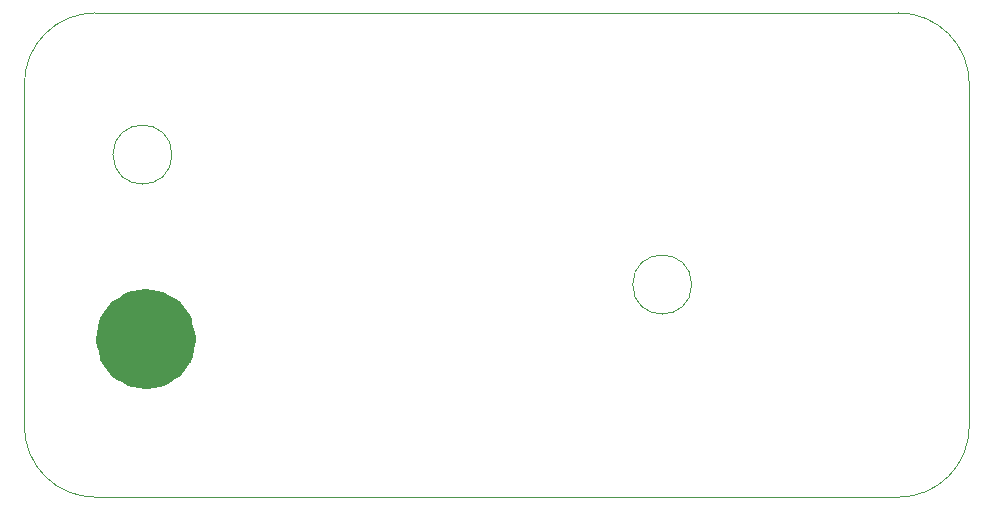
<source format=gbr>
%TF.GenerationSoftware,KiCad,Pcbnew,7.0.2*%
%TF.CreationDate,2023-05-15T23:43:49+02:00*%
%TF.ProjectId,PRO_MCU,50524f5f-4d43-4552-9e6b-696361645f70,rev?*%
%TF.SameCoordinates,Original*%
%TF.FileFunction,Profile,NP*%
%FSLAX45Y45*%
G04 Gerber Fmt 4.5, Leading zero omitted, Abs format (unit mm)*
G04 Created by KiCad (PCBNEW 7.0.2) date 2023-05-15 23:43:49*
%MOMM*%
%LPD*%
G01*
G04 APERTURE LIST*
%TA.AperFunction,Profile*%
%ADD10C,0.120000*%
%TD*%
%TA.AperFunction,Profile*%
%ADD11C,4.250000*%
%TD*%
G04 APERTURE END LIST*
D10*
%TO.C,Logo*%
X-38290000Y-12549000D02*
X-38290000Y-9649000D01*
X-37690000Y-9049000D02*
X-30890000Y-9049000D01*
X-30890000Y-13149000D02*
X-37690000Y-13149000D01*
X-30290000Y-9649000D02*
X-30290000Y-12549000D01*
X-37690000Y-9049000D02*
G75*
G03*
X-38290000Y-9649000I0J-600000D01*
G01*
X-38290000Y-12549000D02*
G75*
G03*
X-37690000Y-13149000I600000J0D01*
G01*
X-30290000Y-9649000D02*
G75*
G03*
X-30890000Y-9049000I-600000J0D01*
G01*
X-30890000Y-13149000D02*
G75*
G03*
X-30290000Y-12549000I0J600000D01*
G01*
X-37040000Y-10249000D02*
G75*
G03*
X-37040000Y-10249000I-250000J0D01*
G01*
X-32640000Y-11349000D02*
G75*
G03*
X-32640000Y-11349000I-250000J0D01*
G01*
%TO.C,U3*%
D11*
X-37048500Y-11811000D02*
G75*
G03*
X-37048500Y-11811000I-212500J0D01*
G01*
%TD*%
M02*

</source>
